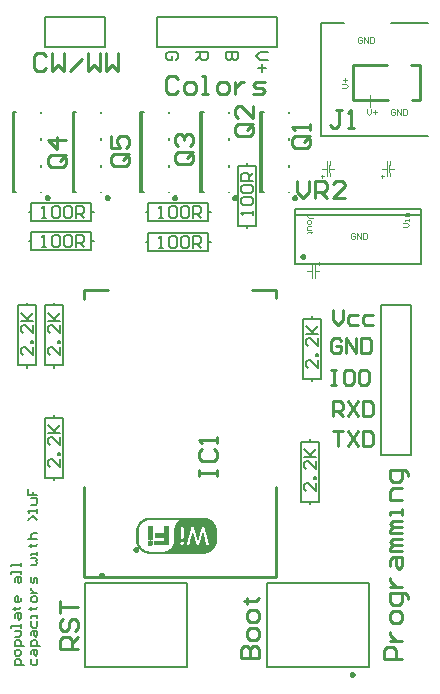
<source format=gto>
%FSDAX24Y24*%
%MOMM*%
%SFA1B1*%

%IPPOS*%
%ADD31C,0.249936*%
%ADD32C,0.100076*%
%ADD33C,0.254000*%
%ADD34C,0.199898*%
%ADD35C,0.012700*%
%ADD36C,0.228600*%
%ADD37C,0.203200*%
%ADD38C,0.150114*%
%LNesp8266_amp_tht-1*%
%LPD*%
G54D31*
X255239Y349951D02*
D01*
X255236Y350038*
X255227Y350124*
X255212Y350210*
X255191Y350295*
X255164Y350378*
X255131Y350459*
X255093Y350537*
X255049Y350613*
X255000Y350685*
X254946Y350754*
X254888Y350818*
X254826Y350879*
X254759Y350935*
X254688Y350986*
X254614Y351033*
X254537Y351074*
X254457Y351109*
X254375Y351139*
X254292Y351163*
X254206Y351181*
X254120Y351193*
X254033Y351199*
X253946*
X253859Y351193*
X253772Y351181*
X253687Y351163*
X253603Y351139*
X253521Y351109*
X253441Y351074*
X253365Y351033*
X253290Y350986*
X253220Y350935*
X253153Y350879*
X253090Y350818*
X253032Y350754*
X252978Y350685*
X252929Y350613*
X252886Y350537*
X252848Y350459*
X252815Y350378*
X252788Y350295*
X252767Y350210*
X252752Y350124*
X252742Y350038*
X252740Y349951*
X252742Y349863*
X252752Y349777*
X252767Y349691*
X252788Y349606*
X252815Y349523*
X252848Y349442*
X252886Y349364*
X252929Y349288*
X252978Y349216*
X253032Y349147*
X253090Y349082*
X253153Y349022*
X253220Y348966*
X253290Y348914*
X253365Y348868*
X253441Y348827*
X253521Y348792*
X253603Y348762*
X253687Y348738*
X253772Y348720*
X253859Y348707*
X253946Y348701*
X254033*
X254120Y348707*
X254206Y348720*
X254292Y348738*
X254375Y348762*
X254457Y348792*
X254537Y348827*
X254614Y348868*
X254688Y348914*
X254759Y348966*
X254826Y349022*
X254888Y349082*
X254946Y349147*
X255000Y349216*
X255049Y349288*
X255093Y349364*
X255131Y349442*
X255164Y349523*
X255191Y349606*
X255212Y349691*
X255227Y349777*
X255236Y349863*
X255239Y349951*
X085069Y080190D02*
D01*
X085066Y080277*
X085057Y080364*
X085042Y080449*
X085021Y080534*
X084994Y080617*
X084961Y080698*
X084923Y080776*
X084879Y080852*
X084830Y080924*
X084777Y080993*
X084718Y081058*
X084656Y081118*
X084589Y081175*
X084518Y081226*
X084444Y081272*
X084367Y081313*
X084288Y081348*
X084206Y081378*
X084122Y081402*
X084036Y081420*
X083950Y081433*
X083863Y081439*
X083776*
X083689Y081433*
X083602Y081420*
X083517Y081402*
X083433Y081378*
X083351Y081348*
X083272Y081313*
X083195Y081272*
X083120Y081226*
X083050Y081175*
X082983Y081118*
X082920Y081058*
X082862Y080993*
X082808Y080924*
X082760Y080852*
X082716Y080776*
X082678Y080698*
X082645Y080617*
X082618Y080534*
X082597Y080449*
X082582Y080364*
X082573Y080277*
X082570Y080190*
X082573Y080102*
X082582Y080016*
X082597Y079930*
X082618Y079845*
X082645Y079762*
X082678Y079681*
X082716Y079603*
X082760Y079527*
X082808Y079455*
X082862Y079386*
X082920Y079322*
X082983Y079261*
X083050Y079205*
X083120Y079154*
X083195Y079108*
X083272Y079066*
X083351Y079031*
X083433Y079001*
X083517Y078977*
X083602Y078959*
X083689Y078947*
X083776Y078941*
X083863*
X083950Y078947*
X084036Y078959*
X084122Y078977*
X084206Y079001*
X084288Y079031*
X084367Y079066*
X084444Y079108*
X084518Y079154*
X084589Y079205*
X084656Y079261*
X084718Y079322*
X084777Y079386*
X084830Y079455*
X084879Y079527*
X084923Y079603*
X084961Y079681*
X084994Y079762*
X085021Y079845*
X085042Y079930*
X085057Y080016*
X085066Y080102*
X085069Y080190*
X297159Y-003990D02*
D01*
X297156Y-003902*
X297147Y-003816*
X297132Y-003730*
X297111Y-003645*
X297084Y-003562*
X297051Y-003481*
X297013Y-003403*
X296969Y-003327*
X296920Y-003255*
X296867Y-003186*
X296808Y-003122*
X296746Y-003061*
X296679Y-003005*
X296608Y-002954*
X296534Y-002908*
X296457Y-002866*
X296378Y-002831*
X296296Y-002801*
X296212Y-002777*
X296126Y-002759*
X296040Y-002747*
X295953Y-002741*
X295866*
X295779Y-002747*
X295692Y-002759*
X295607Y-002777*
X295523Y-002801*
X295441Y-002831*
X295362Y-002866*
X295285Y-002908*
X295210Y-002954*
X295140Y-003005*
X295073Y-003061*
X295010Y-003122*
X294952Y-003186*
X294898Y-003255*
X294850Y-003327*
X294806Y-003403*
X294768Y-003481*
X294735Y-003562*
X294708Y-003645*
X294687Y-003730*
X294672Y-003816*
X294663Y-003902*
X294660Y-003990*
X294663Y-004077*
X294672Y-004164*
X294687Y-004249*
X294708Y-004334*
X294735Y-004417*
X294768Y-004498*
X294806Y-004576*
X294850Y-004652*
X294898Y-004724*
X294952Y-004793*
X295010Y-004858*
X295073Y-004918*
X295140Y-004975*
X295210Y-005026*
X295285Y-005072*
X295362Y-005113*
X295441Y-005148*
X295523Y-005178*
X295607Y-005202*
X295692Y-005220*
X295779Y-005233*
X295866Y-005239*
X295953*
X296040Y-005233*
X296126Y-005220*
X296212Y-005202*
X296296Y-005178*
X296378Y-005148*
X296457Y-005113*
X296534Y-005072*
X296608Y-005026*
X296679Y-004975*
X296746Y-004918*
X296808Y-004858*
X296867Y-004793*
X296920Y-004724*
X296969Y-004652*
X297013Y-004576*
X297051Y-004498*
X297084Y-004417*
X297111Y-004334*
X297132Y-004249*
X297147Y-004164*
X297156Y-004077*
X297159Y-003990*
X089639Y399651D02*
D01*
X089636Y399738*
X089626Y399824*
X089611Y399910*
X089590Y399995*
X089563Y400078*
X089530Y400159*
X089492Y400237*
X089449Y400313*
X089400Y400385*
X089346Y400454*
X089288Y400519*
X089225Y400579*
X089158Y400635*
X089088Y400687*
X089014Y400733*
X088937Y400774*
X088857Y400809*
X088775Y400839*
X088691Y400863*
X088606Y400881*
X088520Y400894*
X088432Y400900*
X088345*
X088258Y400894*
X088172Y400881*
X088086Y400863*
X088003Y400839*
X087921Y400809*
X087841Y400774*
X087764Y400733*
X087690Y400687*
X087619Y400635*
X087553Y400579*
X087490Y400519*
X087432Y400454*
X087378Y400385*
X087329Y400313*
X087285Y400237*
X087247Y400159*
X087214Y400078*
X087188Y399995*
X087166Y399910*
X087151Y399824*
X087142Y399738*
X087139Y399651*
X087142Y399563*
X087151Y399477*
X087166Y399391*
X087188Y399306*
X087214Y399223*
X087247Y399142*
X087285Y399064*
X087329Y398988*
X087378Y398916*
X087432Y398847*
X087490Y398783*
X087553Y398722*
X087619Y398666*
X087690Y398615*
X087764Y398568*
X087841Y398527*
X087921Y398492*
X088003Y398462*
X088086Y398438*
X088172Y398420*
X088258Y398408*
X088345Y398402*
X088432*
X088520Y398408*
X088606Y398420*
X088691Y398438*
X088775Y398462*
X088857Y398492*
X088937Y398527*
X089014Y398568*
X089088Y398615*
X089158Y398666*
X089225Y398722*
X089288Y398783*
X089346Y398847*
X089400Y398916*
X089449Y398988*
X089492Y399064*
X089530Y399142*
X089563Y399223*
X089590Y399306*
X089611Y399391*
X089626Y399477*
X089636Y399563*
X089639Y399651*
X038839D02*
D01*
X038836Y399738*
X038826Y399824*
X038811Y399910*
X038790Y399995*
X038763Y400078*
X038730Y400159*
X038692Y400237*
X038649Y400313*
X038600Y400385*
X038546Y400454*
X038488Y400519*
X038425Y400579*
X038358Y400635*
X038288Y400687*
X038214Y400733*
X038137Y400774*
X038057Y400809*
X037975Y400839*
X037891Y400863*
X037806Y400881*
X037720Y400894*
X037632Y400900*
X037545*
X037458Y400894*
X037372Y400881*
X037286Y400863*
X037203Y400839*
X037121Y400809*
X037041Y400774*
X036964Y400733*
X036890Y400687*
X036819Y400635*
X036753Y400579*
X036690Y400519*
X036632Y400454*
X036578Y400385*
X036529Y400313*
X036485Y400237*
X036447Y400159*
X036414Y400078*
X036388Y399995*
X036366Y399910*
X036351Y399824*
X036342Y399738*
X036339Y399651*
X036342Y399563*
X036351Y399477*
X036366Y399391*
X036388Y399306*
X036414Y399223*
X036447Y399142*
X036485Y399064*
X036529Y398988*
X036578Y398916*
X036632Y398847*
X036690Y398783*
X036753Y398722*
X036819Y398666*
X036890Y398615*
X036964Y398568*
X037041Y398527*
X037121Y398492*
X037203Y398462*
X037286Y398438*
X037372Y398420*
X037458Y398408*
X037545Y398402*
X037632*
X037720Y398408*
X037806Y398420*
X037891Y398438*
X037975Y398462*
X038057Y398492*
X038137Y398527*
X038214Y398568*
X038288Y398615*
X038358Y398666*
X038425Y398722*
X038488Y398783*
X038546Y398847*
X038600Y398916*
X038649Y398988*
X038692Y399064*
X038730Y399142*
X038763Y399223*
X038790Y399306*
X038811Y399391*
X038826Y399477*
X038836Y399563*
X038839Y399651*
X248389D02*
D01*
X248386Y399738*
X248376Y399824*
X248361Y399910*
X248340Y399995*
X248313Y400078*
X248280Y400159*
X248242Y400237*
X248199Y400313*
X248150Y400385*
X248096Y400454*
X248038Y400519*
X247975Y400579*
X247908Y400635*
X247838Y400687*
X247764Y400733*
X247687Y400774*
X247607Y400809*
X247525Y400839*
X247441Y400863*
X247356Y400881*
X247270Y400894*
X247182Y400900*
X247095*
X247008Y400894*
X246922Y400881*
X246836Y400863*
X246753Y400839*
X246671Y400809*
X246591Y400774*
X246514Y400733*
X246440Y400687*
X246369Y400635*
X246303Y400579*
X246240Y400519*
X246182Y400454*
X246128Y400385*
X246079Y400313*
X246035Y400237*
X245997Y400159*
X245964Y400078*
X245938Y399995*
X245916Y399910*
X245901Y399824*
X245892Y399738*
X245889Y399651*
X245892Y399563*
X245901Y399477*
X245916Y399391*
X245938Y399306*
X245964Y399223*
X245997Y399142*
X246035Y399064*
X246079Y398988*
X246128Y398916*
X246182Y398847*
X246240Y398783*
X246303Y398722*
X246369Y398666*
X246440Y398615*
X246514Y398568*
X246591Y398527*
X246671Y398492*
X246753Y398462*
X246836Y398438*
X246922Y398420*
X247008Y398408*
X247095Y398402*
X247182*
X247270Y398408*
X247356Y398420*
X247441Y398438*
X247525Y398462*
X247607Y398492*
X247687Y398527*
X247764Y398568*
X247838Y398615*
X247908Y398666*
X247975Y398722*
X248038Y398783*
X248096Y398847*
X248150Y398916*
X248199Y398988*
X248242Y399064*
X248280Y399142*
X248313Y399223*
X248340Y399306*
X248361Y399391*
X248376Y399477*
X248386Y399563*
X248389Y399651*
X197589D02*
D01*
X197586Y399738*
X197576Y399824*
X197561Y399910*
X197540Y399995*
X197513Y400078*
X197480Y400159*
X197442Y400237*
X197399Y400313*
X197350Y400385*
X197296Y400454*
X197238Y400519*
X197175Y400579*
X197108Y400635*
X197038Y400687*
X196964Y400733*
X196887Y400774*
X196807Y400809*
X196725Y400839*
X196641Y400863*
X196556Y400881*
X196470Y400894*
X196382Y400900*
X196295*
X196208Y400894*
X196122Y400881*
X196036Y400863*
X195953Y400839*
X195871Y400809*
X195791Y400774*
X195714Y400733*
X195640Y400687*
X195569Y400635*
X195503Y400579*
X195440Y400519*
X195382Y400454*
X195328Y400385*
X195279Y400313*
X195235Y400237*
X195197Y400159*
X195164Y400078*
X195138Y399995*
X195116Y399910*
X195101Y399824*
X195092Y399738*
X195089Y399651*
X195092Y399563*
X195101Y399477*
X195116Y399391*
X195138Y399306*
X195164Y399223*
X195197Y399142*
X195235Y399064*
X195279Y398988*
X195328Y398916*
X195382Y398847*
X195440Y398783*
X195503Y398722*
X195569Y398666*
X195640Y398615*
X195714Y398568*
X195791Y398527*
X195871Y398492*
X195953Y398462*
X196036Y398438*
X196122Y398420*
X196208Y398408*
X196295Y398402*
X196382*
X196470Y398408*
X196556Y398420*
X196641Y398438*
X196725Y398462*
X196807Y398492*
X196887Y398527*
X196964Y398568*
X197038Y398615*
X197108Y398666*
X197175Y398722*
X197238Y398783*
X197296Y398847*
X197350Y398916*
X197399Y398988*
X197442Y399064*
X197480Y399142*
X197513Y399223*
X197540Y399306*
X197561Y399391*
X197576Y399477*
X197586Y399563*
X197589Y399651*
X146789D02*
D01*
X146786Y399738*
X146776Y399824*
X146761Y399910*
X146740Y399995*
X146713Y400078*
X146680Y400159*
X146642Y400237*
X146599Y400313*
X146550Y400385*
X146496Y400454*
X146438Y400519*
X146375Y400579*
X146308Y400635*
X146238Y400687*
X146164Y400733*
X146087Y400774*
X146007Y400809*
X145925Y400839*
X145841Y400863*
X145756Y400881*
X145670Y400894*
X145582Y400900*
X145495*
X145408Y400894*
X145322Y400881*
X145236Y400863*
X145153Y400839*
X145071Y400809*
X144991Y400774*
X144914Y400733*
X144840Y400687*
X144769Y400635*
X144703Y400579*
X144640Y400519*
X144582Y400454*
X144528Y400385*
X144479Y400313*
X144435Y400237*
X144397Y400159*
X144364Y400078*
X144338Y399995*
X144316Y399910*
X144301Y399824*
X144292Y399738*
X144289Y399651*
X144292Y399563*
X144301Y399477*
X144316Y399391*
X144338Y399306*
X144364Y399223*
X144397Y399142*
X144435Y399064*
X144479Y398988*
X144528Y398916*
X144582Y398847*
X144640Y398783*
X144703Y398722*
X144769Y398666*
X144840Y398615*
X144914Y398568*
X144991Y398527*
X145071Y398492*
X145153Y398462*
X145236Y398438*
X145322Y398420*
X145408Y398408*
X145495Y398402*
X145582*
X145670Y398408*
X145756Y398420*
X145841Y398438*
X145925Y398462*
X146007Y398492*
X146087Y398527*
X146164Y398568*
X146238Y398615*
X146308Y398666*
X146375Y398722*
X146438Y398783*
X146496Y398847*
X146550Y398916*
X146599Y398988*
X146642Y399064*
X146680Y399142*
X146713Y399223*
X146740Y399306*
X146761Y399391*
X146776Y399477*
X146786Y399563*
X146789Y399651*
G54D32*
X261383Y331520D02*
D01*
X261751Y333616*
X261972Y335732*
X262044Y337858*
X261968Y339984*
X261744Y342100*
X261388Y344121*
X277096Y430479D02*
D01*
X276728Y428383*
X276507Y426267*
X276434Y424141*
X276510Y422015*
X276734Y419899*
X277091Y417878*
X327896Y430479D02*
D01*
X327528Y428383*
X327307Y426267*
X327234Y424141*
X327310Y422015*
X327534Y419899*
X327891Y417878*
X266700Y344170D02*
X269240D01*
X267970Y342900D02*
Y345440D01*
X264160Y331470D02*
Y344170D01*
Y337820D02*
X267970D01*
X257810D02*
X261620D01*
X269240Y417830D02*
X271780D01*
X270510Y416560D02*
Y419100D01*
X274320Y417830D02*
Y430530D01*
X270510Y424180D02*
X274320D01*
X276860D02*
X280670D01*
X320040Y417830D02*
X322580D01*
X321310Y416560D02*
Y419100D01*
X325120Y417830D02*
Y430530D01*
X321310Y424180D02*
X325120D01*
X327660D02*
X331470D01*
X311150Y476250D02*
Y486410D01*
X339171Y374650D02*
X342503D01*
X344170Y376316*
X342503Y377982*
X339171*
X344170Y379648D02*
Y381314D01*
Y380481*
X340837*
Y379648*
X344170Y383814D02*
X340837D01*
Y386313*
X341670Y387146*
X344170*
X297972Y368655D02*
X297139Y369488D01*
X295473*
X294640Y368655*
Y365323*
X295473Y364490*
X297139*
X297972Y365323*
Y366989*
X296306*
X299638Y364490D02*
Y369488D01*
X302971Y364490*
Y369488*
X304637D02*
Y364490D01*
X307136*
X307969Y365323*
Y368655*
X307136Y369488*
X304637*
X262808Y386080D02*
X259476D01*
X257810Y384413*
X259476Y382747*
X262808*
X257810Y380248D02*
Y378581D01*
X258643Y377748*
X260309*
X261142Y378581*
Y380248*
X260309Y381081*
X258643*
X257810Y380248*
X261142Y376082D02*
X258643D01*
X257810Y375249*
Y372750*
X261142*
X261975Y370250D02*
X261142D01*
Y371083*
Y369417*
Y370250*
X258643*
X257810Y369417*
X304322Y535025D02*
X303489Y535858D01*
X301823*
X300990Y535025*
Y531693*
X301823Y530860*
X303489*
X304322Y531693*
Y533359*
X302656*
X305988Y530860D02*
Y535858D01*
X309321Y530860*
Y535858*
X310987D02*
Y530860D01*
X313486*
X314319Y531693*
Y535025*
X313486Y535858*
X310987*
X332262Y474065D02*
X331429Y474898D01*
X329763*
X328930Y474065*
Y470733*
X329763Y469900*
X331429*
X332262Y470733*
Y472399*
X330596*
X333928Y469900D02*
Y474898D01*
X337261Y469900*
Y474898*
X338927D02*
Y469900D01*
X341426*
X342259Y470733*
Y474065*
X341426Y474898*
X338927*
X287101Y492760D02*
X290433D01*
X292100Y494426*
X290433Y496092*
X287101*
X289600Y497758D02*
Y501091D01*
X287934Y499424D02*
X291266D01*
X308610Y474898D02*
Y471566D01*
X310276Y469900*
X311942Y471566*
Y474898*
X313608Y472399D02*
X316941D01*
X315274Y474065D02*
Y470733D01*
G54D33*
X296351Y511810D02*
X302260D01*
X296351Y482600D02*
Y511810D01*
Y482600D02*
X326390D01*
X346710D02*
X353060D01*
Y511810*
X345440D02*
X353060D01*
X302260D02*
X325120D01*
X231140Y078740D02*
Y154940D01*
Y314960D02*
Y321310D01*
X210820D02*
X231140D01*
X068580D02*
X088900D01*
X068580Y313690D02*
Y321310D01*
Y078740D02*
Y154940D01*
Y078740D02*
X231140D01*
X248920Y414268D02*
Y404111D01*
X253997Y399034*
X259077Y404111*
Y414268*
X264154Y399034D02*
Y414268D01*
X271772*
X274312Y411728*
Y406651*
X271772Y404111*
X264154*
X269232D02*
X274312Y399034D01*
X289547D02*
X279389D01*
X289547Y409191*
Y411728*
X287007Y414268*
X281929*
X279389Y411728*
X166375Y163830D02*
Y168907D01*
Y166370*
X181610*
Y163830*
Y168907*
X168915Y186682D02*
X166375Y184142D01*
Y179064*
X168915Y176524*
X179070*
X181610Y179064*
Y184142*
X179070Y186682*
X181610Y191759D02*
Y196839D01*
Y194299*
X166375*
X168915Y191759*
X287017Y473704D02*
X281937D01*
X284477*
Y461010*
X281937Y458470*
X279400*
X276860Y461010*
X292094Y458470D02*
X297172D01*
X294634*
Y473704*
X292094Y471164*
X148587Y500374D02*
X146047Y502914D01*
X140970*
X138430Y500374*
Y490220*
X140970Y487680*
X146047*
X148587Y490220*
X156204Y487680D02*
X161282D01*
X163822Y490220*
Y495297*
X161282Y497837*
X156204*
X153664Y495297*
Y490220*
X156204Y487680*
X168899D02*
X173979D01*
X171439*
Y502914*
X168899*
X184134Y487680D02*
X189212D01*
X191752Y490220*
Y495297*
X189212Y497837*
X184134*
X181597Y495297*
Y490220*
X184134Y487680*
X196832Y497837D02*
Y487680D01*
Y492757*
X199369Y495297*
X201909Y497837*
X204449*
X212067Y487680D02*
X219684D01*
X222222Y490220*
X219684Y492757*
X214604*
X212067Y495297*
X214604Y497837*
X222222*
X036827Y519424D02*
X034287Y521964D01*
X029210*
X026670Y519424*
Y509270*
X029210Y506730*
X034287*
X036827Y509270*
X041904Y521964D02*
Y506730D01*
X046982Y511807*
X052062Y506730*
Y521964*
X057139Y506730D02*
X067297Y516887D01*
X072374Y521964D02*
Y506730D01*
X077454Y511807*
X082532Y506730*
Y521964*
X087609D02*
Y506730D01*
X092689Y511807*
X097767Y506730*
Y521964*
X337820Y008890D02*
X322585D01*
Y016507*
X325125Y019047*
X330202*
X332742Y016507*
Y008890*
X327662Y024124D02*
X337820D01*
X332742*
X330202Y026664*
X327662Y029202*
Y031742*
X337820Y041899D02*
Y046977D01*
X335280Y049517*
X330202*
X327662Y046977*
Y041899*
X330202Y039359*
X335280*
X337820Y041899*
X342897Y059674D02*
Y062212D01*
X340360Y064752*
X327662*
Y057134*
X330202Y054594*
X335280*
X337820Y057134*
Y064752*
X327662Y069829D02*
X337820D01*
X332742*
X330202Y072369*
X327662Y074909*
Y077447*
Y087604D02*
Y092682D01*
X330202Y095222*
X337820*
Y087604*
X335280Y085064*
X332742Y087604*
Y095222*
X337820Y100299D02*
X327662D01*
Y102839*
X330202Y105379*
X337820*
X330202*
X327662Y107916*
X330202Y110456*
X337820*
Y115534D02*
X327662D01*
Y118074*
X330202Y120614*
X337820*
X330202*
X327662Y123151*
X330202Y125691*
X337820*
Y130771D02*
Y135849D01*
Y133309*
X327662*
Y130771*
X337820Y143466D02*
X327662D01*
Y151084*
X330202Y153624*
X337820*
X342897Y163779D02*
Y166319D01*
X340360Y168859*
X327662*
Y161241*
X330202Y158701*
X335280*
X337820Y161241*
Y168859*
X257810Y452117D02*
X247655D01*
X245115Y449577*
Y444500*
X247655Y441960*
X257810*
X260350Y444500*
Y449577*
X255272Y447037D02*
X260350Y452117D01*
Y449577D02*
X257810Y452117D01*
X260350Y457194D02*
Y462272D01*
Y459734*
X245115*
X247655Y457194*
X209550Y462277D02*
X199395D01*
X196855Y459737*
Y454660*
X199395Y452120*
X209550*
X212090Y454660*
Y459737*
X207012Y457197D02*
X212090Y462277D01*
Y459737D02*
X209550Y462277D01*
X212090Y477512D02*
Y467354D01*
X201932Y477512*
X199395*
X196855Y474972*
Y469894*
X199395Y467354*
X158750Y438147D02*
X148595D01*
X146055Y435607*
Y430530*
X148595Y427990*
X158750*
X161290Y430530*
Y435607*
X156212Y433067D02*
X161290Y438147D01*
Y435607D02*
X158750Y438147D01*
X148595Y443224D02*
X146055Y445764D01*
Y450842*
X148595Y453382*
X151132*
X153672Y450842*
Y448302*
Y450842*
X156212Y453382*
X158750*
X161290Y450842*
Y445764*
X158750Y443224*
X050800Y435607D02*
X040645D01*
X038105Y433067*
Y427990*
X040645Y425450*
X050800*
X053340Y427990*
Y433067*
X048262Y430527D02*
X053340Y435607D01*
Y433067D02*
X050800Y435607D01*
X053340Y448302D02*
X038105D01*
X045722Y440684*
Y450842*
X104140Y436877D02*
X093985D01*
X091445Y434337*
Y429260*
X093985Y426720*
X104140*
X106680Y429260*
Y434337*
X101602Y431797D02*
X106680Y436877D01*
Y434337D02*
X104140Y436877D01*
X091445Y452112D02*
Y441954D01*
X099062*
X096522Y447032*
Y449572*
X099062Y452112*
X104140*
X106680Y449572*
Y444494*
X104140Y441954*
X063500Y017780D02*
X048265D01*
Y025397*
X050805Y027937*
X055882*
X058422Y025397*
Y017780*
Y022857D02*
X063500Y027937D01*
X050805Y043172D02*
X048265Y040632D01*
Y035554*
X050805Y033014*
X053342*
X055882Y035554*
Y040632*
X058422Y043172*
X060960*
X063500Y040632*
Y035554*
X060960Y033014*
X048265Y048249D02*
Y058407D01*
Y053329*
X063500*
X201935Y010160D02*
X217170D01*
Y017777*
X214630Y020317*
X212092*
X209552Y017777*
Y010160*
Y017777*
X207012Y020317*
X204475*
X201935Y017777*
Y010160*
X217170Y027934D02*
Y033012D01*
X214630Y035552*
X209552*
X207012Y033012*
Y027934*
X209552Y025394*
X214630*
X217170Y027934*
Y043169D02*
Y048247D01*
X214630Y050787*
X209552*
X207012Y048247*
Y043169*
X209552Y040629*
X214630*
X217170Y043169*
X204475Y058404D02*
X207012D01*
Y055864*
Y060942*
Y058404*
X214630*
X217170Y060942*
G54D34*
X354490Y343448D02*
Y390448D01*
X247489Y343448D02*
Y390448D01*
Y343448D02*
X354490D01*
X247489Y390448D02*
X354490D01*
X247489Y385450D02*
X354490D01*
X069819Y002540D02*
X156210D01*
X069819Y073690D02*
X156210D01*
Y002540D02*
Y073690D01*
X069819Y002540D02*
Y073690D01*
X223520Y073660D02*
X309910D01*
X223520Y002509D02*
X309910D01*
X223520D02*
Y073660D01*
X309910Y002509D02*
Y073660D01*
X269019Y451571D02*
X360042D01*
X269019Y547570D02*
X289018D01*
X269019Y451571D02*
Y547570D01*
X329018D02*
X360042D01*
X059390Y472150D02*
X062390D01*
X059390Y404149D02*
X062390D01*
X059390D02*
Y472150D01*
X060289Y404149D02*
Y472150D01*
X083390Y425650D02*
Y427649D01*
Y448650D02*
Y450649D01*
Y471650D02*
Y472150D01*
Y404149D02*
Y404649D01*
X008590Y472150D02*
X011590D01*
X008590Y404149D02*
X011590D01*
X008590D02*
Y472150D01*
X009489Y404149D02*
Y472150D01*
X032590Y425650D02*
Y427649D01*
Y448650D02*
Y450649D01*
Y471650D02*
Y472150D01*
Y404149D02*
Y404649D01*
X218140Y472150D02*
X221140D01*
X218140Y404149D02*
X221140D01*
X218140D02*
Y472150D01*
X219039Y404149D02*
Y472150D01*
X242140Y425650D02*
Y427649D01*
Y448650D02*
Y450649D01*
Y471650D02*
Y472150D01*
Y404149D02*
Y404649D01*
X167340Y472150D02*
X170340D01*
X167340Y404149D02*
X170340D01*
X167340D02*
Y472150D01*
X168239Y404149D02*
Y472150D01*
X191340Y425650D02*
Y427649D01*
Y448650D02*
Y450649D01*
Y471650D02*
Y472150D01*
Y404149D02*
Y404649D01*
X116540Y472150D02*
X119540D01*
X116540Y404149D02*
X119540D01*
X116540D02*
Y472150D01*
X117439Y404149D02*
Y472150D01*
X140540Y425650D02*
Y427649D01*
Y448650D02*
Y450649D01*
Y471650D02*
Y472150D01*
Y404149D02*
Y404649D01*
X035560Y552450D02*
X086360D01*
X035560Y527050D02*
Y552450D01*
Y527050D02*
X086360D01*
Y552450*
X130810Y527050D02*
Y552450D01*
X232410*
X130810Y527050D02*
X232410D01*
Y552450*
X123190Y354330D02*
Y361950D01*
Y354330D02*
X173990D01*
Y369570*
X123190D02*
X173990D01*
X123190Y361950D02*
Y369570D01*
X173990Y361950D02*
X176276D01*
X120904D02*
X123190D01*
Y379730D02*
Y387350D01*
Y379730D02*
X173990D01*
Y394970*
X123190D02*
X173990D01*
X123190Y387350D02*
Y394970D01*
X173990Y387350D02*
X176276D01*
X120904D02*
X123190D01*
X024130Y355600D02*
Y363220D01*
Y355600D02*
X074930D01*
Y370840*
X024130D02*
X074930D01*
X024130Y363220D02*
Y370840D01*
X074930Y363220D02*
X077216D01*
X021844D02*
X024130D01*
Y379730D02*
Y387350D01*
Y379730D02*
X074930D01*
Y394970*
X024130D02*
X074930D01*
X024130Y387350D02*
Y394970D01*
X074930Y387350D02*
X077216D01*
X021844D02*
X024130D01*
X207010Y375920D02*
X214630D01*
Y426720*
X199390D02*
X214630D01*
X199390Y375920D02*
Y426720D01*
Y375920D02*
X207010D01*
Y426720D02*
Y429006D01*
Y373634D02*
Y375920D01*
X320040Y308610D02*
X345440D01*
Y181610D02*
Y308610D01*
X320040Y181610D02*
Y308610D01*
Y181610D02*
X345440D01*
X252730Y193040D02*
X260350D01*
X252730Y142240D02*
Y193040D01*
Y142240D02*
X267970D01*
Y193040*
X260350D02*
X267970D01*
X260350Y139954D02*
Y142240D01*
Y193040D02*
Y195326D01*
X043180Y257810D02*
X050800D01*
Y308610*
X035560D02*
X050800D01*
X035560Y257810D02*
Y308610D01*
Y257810D02*
X043180D01*
Y308610D02*
Y310896D01*
Y255524D02*
Y257810D01*
X035560Y213360D02*
X043180D01*
X035560Y162560D02*
Y213360D01*
Y162560D02*
X050800D01*
Y213360*
X043180D02*
X050800D01*
X043180Y160274D02*
Y162560D01*
Y213360D02*
Y215646D01*
X020320Y257810D02*
X027940D01*
Y308610*
X012700D02*
X027940D01*
X012700Y257810D02*
Y308610D01*
Y257810D02*
X020320D01*
Y308610D02*
Y310896D01*
Y255524D02*
Y257810D01*
X254000Y297180D02*
X261620D01*
X254000Y246380D02*
Y297180D01*
Y246380D02*
X269240D01*
Y297180*
X261620D02*
X269240D01*
X261620Y244094D02*
Y246380D01*
Y297180D02*
Y299466D01*
G54D35*
X123190Y128651D02*
X170180D01*
X122174Y128524D02*
X171069D01*
X121666Y128397D02*
X171704D01*
X121158Y128270D02*
X172212D01*
X120777Y128143D02*
X172593D01*
X120396Y128016D02*
X172974D01*
X120015Y127889D02*
X173355D01*
X119761Y127762D02*
X173609D01*
X119507Y127635D02*
X173863D01*
X119253Y127508D02*
X122936D01*
X149987D02*
X174117D01*
X118999Y127381D02*
X122047D01*
X149860D02*
X174371D01*
X118745Y127254D02*
X121412D01*
X149606D02*
X174625D01*
X118491Y127127D02*
X121031D01*
X149479D02*
X174879D01*
X118237Y127000D02*
X120650D01*
X149352D02*
X175133D01*
X118110Y126873D02*
X120269D01*
X149225D02*
X175260D01*
X117856Y126746D02*
X120015D01*
X149098D02*
X175514D01*
X117729Y126619D02*
X119761D01*
X148971D02*
X175641D01*
X117602Y126492D02*
X119507D01*
X148844D02*
X175895D01*
X117348Y126365D02*
X119253D01*
X148717D02*
X176022D01*
X117221Y126238D02*
X118999D01*
X148590D02*
X176149D01*
X117094Y126111D02*
X118745D01*
X148463D02*
X176276D01*
X116967Y125984D02*
X118618D01*
X148336D02*
X176403D01*
X116713Y125857D02*
X118364D01*
X148209D02*
X176657D01*
X116586Y125730D02*
X118237D01*
X148082D02*
X176784D01*
X116459Y125603D02*
X118110D01*
X148082D02*
X176911D01*
X116332Y125476D02*
X117856D01*
X147955D02*
X177038D01*
X116205Y125349D02*
X117729D01*
X147828D02*
X177165D01*
X116078Y125222D02*
X117602D01*
X147701D02*
X177292D01*
X115951Y125095D02*
X117475D01*
X147574D02*
X177419D01*
X115824Y124968D02*
X117348D01*
X147574D02*
X177546D01*
X115697Y124841D02*
X117094D01*
X147447D02*
X177673D01*
X115697Y124714D02*
X116967D01*
X147320D02*
X177800D01*
X115570Y124587D02*
X116840D01*
X147320D02*
X177800D01*
X115443Y124460D02*
X116713D01*
X147193D02*
X177927D01*
X115316Y124333D02*
X116713D01*
X147066D02*
X178054D01*
X115189Y124206D02*
X116586D01*
X147066D02*
X178181D01*
X115189Y124079D02*
X116459D01*
X146939D02*
X178181D01*
X115062Y123952D02*
X116332D01*
X146812D02*
X178308D01*
X114935Y123825D02*
X116205D01*
X146812D02*
X178435D01*
X114808Y123698D02*
X116078D01*
X146685D02*
X178562D01*
X114808Y123571D02*
X116078D01*
X146685D02*
X178562D01*
X114681Y123444D02*
X115951D01*
X146558D02*
X178689D01*
X114554Y123317D02*
X115824D01*
X146558D02*
X178816D01*
X114554Y123190D02*
X115697D01*
X146431D02*
X178816D01*
X114427Y123063D02*
X115697D01*
X146431D02*
X178943D01*
X114427Y122936D02*
X115570D01*
X146304D02*
X178943D01*
X114300Y122809D02*
X115443D01*
X146304D02*
X179070D01*
X114300Y122682D02*
X115443D01*
X146177D02*
X179197D01*
X114173Y122555D02*
X115316D01*
X146177D02*
X179197D01*
X114173Y122428D02*
X115316D01*
X146177D02*
X179324D01*
X114046Y122301D02*
X115189D01*
X146050D02*
X179324D01*
X114046Y122174D02*
X115189D01*
X146050D02*
X179451D01*
X113919Y122047D02*
X115062D01*
X145923D02*
X179451D01*
X113919Y121920D02*
X115062D01*
X145923D02*
X179451D01*
X113792Y121793D02*
X114935D01*
X145923D02*
X179578D01*
X113792Y121666D02*
X114935D01*
X145796D02*
X179578D01*
X113665Y121539D02*
X114808D01*
X122809D02*
X122936D01*
X123317D02*
X125349D01*
X125603D02*
X125857D01*
X136525D02*
X139700D01*
X145796D02*
X149733D01*
X152908D02*
X158877D01*
X160909D02*
X161163D01*
X161290D02*
X161417D01*
X161671D02*
X168021D01*
X170053D02*
X170180D01*
X170434D02*
X179705D01*
X113665Y121412D02*
X114808D01*
X122809D02*
X126111D01*
X136525D02*
X139954D01*
X145796D02*
X149733D01*
X153035D02*
X158877D01*
X161671D02*
X167767D01*
X170561D02*
X179705D01*
X113665Y121285D02*
X114681D01*
X122809D02*
X126111D01*
X136525D02*
X139954D01*
X145669D02*
X149733D01*
X153035D02*
X158750D01*
X161671D02*
X167767D01*
X170561D02*
X179705D01*
X113538Y121158D02*
X114681D01*
X122809D02*
X126111D01*
X136525D02*
X139954D01*
X145669D02*
X149733D01*
X153035D02*
X158750D01*
X161798D02*
X167767D01*
X170561D02*
X179832D01*
X113538Y121031D02*
X114681D01*
X122809D02*
X126111D01*
X136525D02*
X139954D01*
X145669D02*
X149733D01*
X152908D02*
X158750D01*
X161798D02*
X167640D01*
X170688D02*
X179832D01*
X113538Y120904D02*
X114554D01*
X122809D02*
X126111D01*
X136525D02*
X139954D01*
X145669D02*
X149733D01*
X152908D02*
X158750D01*
X161798D02*
X167640D01*
X170688D02*
X179959D01*
X113411Y120777D02*
X114554D01*
X122809D02*
X126111D01*
X136525D02*
X139954D01*
X145542D02*
X149733D01*
X153035D02*
X158623D01*
X161925D02*
X167640D01*
X170688D02*
X179959D01*
X113411Y120650D02*
X114554D01*
X122809D02*
X126111D01*
X136525D02*
X139954D01*
X145542D02*
X149733D01*
X153035D02*
X158623D01*
X161925D02*
X167513D01*
X170688D02*
X179959D01*
X113411Y120523D02*
X114427D01*
X122809D02*
X126111D01*
X136525D02*
X139954D01*
X145542D02*
X149733D01*
X153035D02*
X158623D01*
X161925D02*
X167513D01*
X170815D02*
X179959D01*
X113284Y120396D02*
X114427D01*
X122809D02*
X126111D01*
X136525D02*
X139954D01*
X145542D02*
X149733D01*
X153035D02*
X158623D01*
X161925D02*
X167513D01*
X170815D02*
X180086D01*
X113284Y120269D02*
X114427D01*
X122809D02*
X126111D01*
X136525D02*
X139954D01*
X145415D02*
X149733D01*
X153035D02*
X158496D01*
X162052D02*
X167513D01*
X170815D02*
X180086D01*
X113284Y120142D02*
X114300D01*
X122809D02*
X126111D01*
X136525D02*
X139954D01*
X145415D02*
X149733D01*
X153035D02*
X158496D01*
X162052D02*
X167386D01*
X170942D02*
X180086D01*
X113284Y120015D02*
X114300D01*
X122809D02*
X126111D01*
X136525D02*
X139954D01*
X145415D02*
X149733D01*
X153035D02*
X158496D01*
X162052D02*
X167386D01*
X170942D02*
X180213D01*
X113157Y119888D02*
X114300D01*
X122809D02*
X126111D01*
X136525D02*
X139954D01*
X145415D02*
X149733D01*
X153035D02*
X158369D01*
X162179D02*
X167386D01*
X170942D02*
X180213D01*
X113157Y119761D02*
X114300D01*
X122809D02*
X126111D01*
X136525D02*
X139954D01*
X145415D02*
X149733D01*
X153035D02*
X158369D01*
X162179D02*
X167259D01*
X170942D02*
X180213D01*
X113157Y119634D02*
X114173D01*
X122809D02*
X126111D01*
X136525D02*
X139954D01*
X145288D02*
X149733D01*
X153035D02*
X158369D01*
X162179D02*
X167259D01*
X171069D02*
X180213D01*
X113157Y119507D02*
X114173D01*
X122809D02*
X126111D01*
X136525D02*
X139954D01*
X145288D02*
X149733D01*
X153035D02*
X158369D01*
X162179D02*
X167259D01*
X171069D02*
X180213D01*
X113157Y119380D02*
X114173D01*
X122809D02*
X126111D01*
X136525D02*
X139954D01*
X145288D02*
X149733D01*
X153035D02*
X158242D01*
X162306D02*
X167259D01*
X171069D02*
X180340D01*
X113030Y119253D02*
X114173D01*
X122809D02*
X126111D01*
X136525D02*
X139954D01*
X145288D02*
X149733D01*
X153035D02*
X158242D01*
X162306D02*
X167132D01*
X171069D02*
X180340D01*
X113030Y119126D02*
X114173D01*
X122809D02*
X126111D01*
X136525D02*
X139954D01*
X145288D02*
X149733D01*
X153035D02*
X158242D01*
X162306D02*
X167132D01*
X171196D02*
X180340D01*
X113030Y118999D02*
X114046D01*
X122809D02*
X126111D01*
X136525D02*
X139954D01*
X145288D02*
X149733D01*
X153035D02*
X158242D01*
X162433D02*
X167132D01*
X171196D02*
X180340D01*
X113030Y118872D02*
X114046D01*
X122809D02*
X126111D01*
X136525D02*
X139954D01*
X145288D02*
X149733D01*
X153035D02*
X158115D01*
X162433D02*
X167005D01*
X171196D02*
X180340D01*
X113030Y118745D02*
X114046D01*
X122809D02*
X126111D01*
X136525D02*
X139954D01*
X145288D02*
X149733D01*
X153035D02*
X158115D01*
X162433D02*
X167005D01*
X171196D02*
X180340D01*
X113030Y118618D02*
X114046D01*
X122809D02*
X126111D01*
X136525D02*
X139954D01*
X145161D02*
X149733D01*
X153035D02*
X158115D01*
X162560D02*
X167005D01*
X171323D02*
X180340D01*
X112903Y118491D02*
X114046D01*
X122809D02*
X126111D01*
X136525D02*
X139954D01*
X145161D02*
X149733D01*
X153035D02*
X158115D01*
X162560D02*
X167005D01*
X171323D02*
X180467D01*
X112903Y118364D02*
X114046D01*
X122809D02*
X126111D01*
X136525D02*
X139954D01*
X145161D02*
X149733D01*
X153035D02*
X157988D01*
X162560D02*
X166878D01*
X171323D02*
X180467D01*
X112903Y118237D02*
X114046D01*
X122809D02*
X126111D01*
X136525D02*
X139954D01*
X145161D02*
X149733D01*
X153035D02*
X157988D01*
X162560D02*
X166878D01*
X171450D02*
X180467D01*
X112903Y118110D02*
X114046D01*
X122809D02*
X126111D01*
X136525D02*
X139954D01*
X145161D02*
X149733D01*
X153035D02*
X157988D01*
X162687D02*
X166878D01*
X171450D02*
X180467D01*
X112903Y117983D02*
X114046D01*
X122809D02*
X126111D01*
X136525D02*
X139954D01*
X145161D02*
X149733D01*
X153035D02*
X157988D01*
X162687D02*
X166751D01*
X171450D02*
X180467D01*
X112903Y117856D02*
X114046D01*
X122809D02*
X126111D01*
X136525D02*
X139954D01*
X145161D02*
X149733D01*
X153035D02*
X157861D01*
X162687D02*
X166751D01*
X171450D02*
X180467D01*
X112903Y117729D02*
X114046D01*
X122809D02*
X126111D01*
X136525D02*
X139954D01*
X145161D02*
X149733D01*
X153035D02*
X157861D01*
X162814D02*
X166751D01*
X171577D02*
X180467D01*
X112903Y117602D02*
X114046D01*
X122809D02*
X126111D01*
X136525D02*
X139954D01*
X145161D02*
X149733D01*
X153035D02*
X157861D01*
X162814D02*
X166751D01*
X171577D02*
X180467D01*
X112903Y117475D02*
X114046D01*
X122809D02*
X126111D01*
X136525D02*
X139954D01*
X145161D02*
X149733D01*
X153035D02*
X157734D01*
X162814D02*
X166624D01*
X171577D02*
X180467D01*
X112903Y117348D02*
X114046D01*
X122809D02*
X126111D01*
X136525D02*
X139954D01*
X145161D02*
X149733D01*
X153035D02*
X157734D01*
X162814D02*
X166624D01*
X171577D02*
X180467D01*
X112903Y117221D02*
X114046D01*
X122809D02*
X126111D01*
X136525D02*
X139954D01*
X145161D02*
X149733D01*
X153035D02*
X157734D01*
X162941D02*
X166624D01*
X171704D02*
X180467D01*
X112903Y117094D02*
X114046D01*
X122809D02*
X126111D01*
X136525D02*
X139954D01*
X145161D02*
X149733D01*
X153035D02*
X157734D01*
X162941D02*
X166497D01*
X171704D02*
X180467D01*
X112903Y116967D02*
X114046D01*
X122809D02*
X126111D01*
X136525D02*
X139954D01*
X145161D02*
X149733D01*
X153035D02*
X157607D01*
X162941D02*
X166497D01*
X171704D02*
X180467D01*
X112903Y116840D02*
X114046D01*
X122809D02*
X126111D01*
X136525D02*
X139954D01*
X145161D02*
X149733D01*
X153035D02*
X157607D01*
X162941D02*
X166497D01*
X171704D02*
X180467D01*
X112903Y116713D02*
X114046D01*
X122809D02*
X126111D01*
X136525D02*
X139954D01*
X145161D02*
X149733D01*
X153035D02*
X157607D01*
X163068D02*
X166497D01*
X171831D02*
X180467D01*
X112903Y116586D02*
X114046D01*
X122809D02*
X126111D01*
X136525D02*
X139954D01*
X145161D02*
X149733D01*
X153035D02*
X157607D01*
X163068D02*
X166370D01*
X171831D02*
X180467D01*
X112903Y116459D02*
X114046D01*
X122809D02*
X126111D01*
X136525D02*
X139954D01*
X145161D02*
X149733D01*
X153035D02*
X157480D01*
X163068D02*
X166370D01*
X171831D02*
X180467D01*
X112903Y116332D02*
X114046D01*
X122809D02*
X126111D01*
X136525D02*
X139954D01*
X145161D02*
X149733D01*
X153035D02*
X157480D01*
X163195D02*
X166370D01*
X171958D02*
X180467D01*
X112903Y116205D02*
X114046D01*
X122809D02*
X126111D01*
X136525D02*
X139954D01*
X145161D02*
X149733D01*
X153035D02*
X157480D01*
X163195D02*
X166243D01*
X171958D02*
X180467D01*
X112903Y116078D02*
X114046D01*
X122809D02*
X126111D01*
X136525D02*
X139954D01*
X145161D02*
X149733D01*
X153035D02*
X157480D01*
X160274D02*
X160401D01*
X163195D02*
X166243D01*
X171958D02*
X180467D01*
X112903Y115951D02*
X114046D01*
X122809D02*
X126111D01*
X136525D02*
X139954D01*
X145161D02*
X149733D01*
X153035D02*
X157353D01*
X160274D02*
X160401D01*
X163322D02*
X166243D01*
X171958D02*
X180467D01*
X112903Y115824D02*
X114046D01*
X122809D02*
X126111D01*
X136525D02*
X139954D01*
X145161D02*
X149733D01*
X153035D02*
X157353D01*
X160147D02*
X160401D01*
X163322D02*
X166116D01*
X172085D02*
X180467D01*
X112903Y115697D02*
X114046D01*
X122809D02*
X126111D01*
X136525D02*
X139954D01*
X145161D02*
X149733D01*
X153035D02*
X157353D01*
X160147D02*
X160401D01*
X163322D02*
X166116D01*
X168910D02*
X169037D01*
X172085D02*
X180467D01*
X112903Y115570D02*
X114046D01*
X122809D02*
X126111D01*
X136525D02*
X139954D01*
X145161D02*
X149733D01*
X153035D02*
X157353D01*
X160147D02*
X160528D01*
X163322D02*
X166116D01*
X168910D02*
X169164D01*
X172085D02*
X180467D01*
X112903Y115443D02*
X114046D01*
X122809D02*
X126111D01*
X128905D02*
X139954D01*
X145161D02*
X149733D01*
X153035D02*
X157226D01*
X160147D02*
X160528D01*
X163449D02*
X166116D01*
X168910D02*
X169164D01*
X172085D02*
X180467D01*
X112903Y115316D02*
X114046D01*
X122809D02*
X126111D01*
X128905D02*
X139954D01*
X145161D02*
X149733D01*
X153035D02*
X157226D01*
X160020D02*
X160528D01*
X163449D02*
X165989D01*
X168783D02*
X169164D01*
X172212D02*
X180467D01*
X112903Y115189D02*
X114046D01*
X122809D02*
X126111D01*
X128905D02*
X139954D01*
X145161D02*
X149733D01*
X153035D02*
X157226D01*
X160020D02*
X160655D01*
X163449D02*
X165989D01*
X168783D02*
X169164D01*
X172212D02*
X180467D01*
X112903Y115062D02*
X114046D01*
X122809D02*
X126111D01*
X128905D02*
X139954D01*
X145161D02*
X149733D01*
X153035D02*
X157099D01*
X160020D02*
X160655D01*
X163576D02*
X165989D01*
X168783D02*
X169291D01*
X172212D02*
X180467D01*
X112903Y114935D02*
X114046D01*
X122809D02*
X126111D01*
X128905D02*
X139954D01*
X145161D02*
X149733D01*
X153035D02*
X157099D01*
X160020D02*
X160655D01*
X163576D02*
X165862D01*
X168783D02*
X169291D01*
X172339D02*
X180467D01*
X112903Y114808D02*
X114046D01*
X122809D02*
X126111D01*
X128905D02*
X139954D01*
X145161D02*
X149733D01*
X153035D02*
X157099D01*
X160020D02*
X160655D01*
X163576D02*
X165862D01*
X168656D02*
X169291D01*
X172339D02*
X180467D01*
X112903Y114681D02*
X114046D01*
X122809D02*
X126111D01*
X128905D02*
X139954D01*
X145161D02*
X149733D01*
X153035D02*
X157099D01*
X159893D02*
X160782D01*
X163576D02*
X165862D01*
X168656D02*
X169291D01*
X172339D02*
X180467D01*
X112903Y114554D02*
X114046D01*
X122809D02*
X126111D01*
X128905D02*
X139954D01*
X145161D02*
X149733D01*
X153035D02*
X156972D01*
X159893D02*
X160782D01*
X163703D02*
X165862D01*
X168656D02*
X169291D01*
X172339D02*
X180467D01*
X112903Y114427D02*
X114046D01*
X122809D02*
X126111D01*
X128905D02*
X139954D01*
X145161D02*
X149733D01*
X153035D02*
X156972D01*
X159893D02*
X160782D01*
X163703D02*
X165735D01*
X168529D02*
X169418D01*
X172466D02*
X180467D01*
X112903Y114300D02*
X114046D01*
X122809D02*
X126111D01*
X128905D02*
X139954D01*
X145161D02*
X149733D01*
X153035D02*
X156972D01*
X159893D02*
X160782D01*
X163703D02*
X165735D01*
X168529D02*
X169418D01*
X172466D02*
X180467D01*
X112903Y114173D02*
X114046D01*
X122809D02*
X126111D01*
X128905D02*
X139954D01*
X145161D02*
X149733D01*
X153035D02*
X156972D01*
X159766D02*
X160909D01*
X163830D02*
X165735D01*
X168529D02*
X169418D01*
X172466D02*
X180467D01*
X112903Y114046D02*
X114046D01*
X122809D02*
X126111D01*
X128905D02*
X139954D01*
X145161D02*
X149733D01*
X153035D02*
X156845D01*
X159766D02*
X160909D01*
X163830D02*
X165608D01*
X168402D02*
X169418D01*
X172466D02*
X180467D01*
X112903Y113919D02*
X114046D01*
X122809D02*
X126111D01*
X128905D02*
X139954D01*
X145161D02*
X149733D01*
X153035D02*
X156845D01*
X159766D02*
X160909D01*
X163830D02*
X165608D01*
X168402D02*
X169545D01*
X172593D02*
X180467D01*
X112903Y113792D02*
X114046D01*
X122809D02*
X126111D01*
X128905D02*
X139954D01*
X145161D02*
X149733D01*
X153035D02*
X156845D01*
X159766D02*
X161036D01*
X163830D02*
X165608D01*
X168402D02*
X169545D01*
X172593D02*
X180467D01*
X112903Y113665D02*
X114046D01*
X122809D02*
X126111D01*
X128905D02*
X139954D01*
X145161D02*
X149733D01*
X153035D02*
X156845D01*
X159639D02*
X161036D01*
X163957D02*
X165608D01*
X168402D02*
X169545D01*
X172593D02*
X180467D01*
X112903Y113538D02*
X114046D01*
X122809D02*
X126111D01*
X128905D02*
X139954D01*
X145161D02*
X149733D01*
X153035D02*
X156718D01*
X159639D02*
X161036D01*
X163957D02*
X165481D01*
X168275D02*
X169545D01*
X172593D02*
X180467D01*
X112903Y113411D02*
X114046D01*
X122809D02*
X126111D01*
X128905D02*
X139954D01*
X145161D02*
X149733D01*
X153035D02*
X156718D01*
X159639D02*
X161163D01*
X163957D02*
X165481D01*
X168275D02*
X169545D01*
X172720D02*
X180467D01*
X112903Y113284D02*
X114046D01*
X122809D02*
X126111D01*
X128905D02*
X139954D01*
X145161D02*
X149733D01*
X153035D02*
X156718D01*
X159639D02*
X161163D01*
X164084D02*
X165481D01*
X168275D02*
X169672D01*
X172720D02*
X180467D01*
X112903Y113157D02*
X114046D01*
X122809D02*
X126111D01*
X128905D02*
X139954D01*
X145161D02*
X149733D01*
X153035D02*
X156718D01*
X159639D02*
X161163D01*
X164084D02*
X165354D01*
X168148D02*
X169672D01*
X172720D02*
X180467D01*
X112903Y113030D02*
X114046D01*
X122809D02*
X126111D01*
X128905D02*
X139954D01*
X145161D02*
X149733D01*
X153035D02*
X156591D01*
X159512D02*
X161163D01*
X164084D02*
X165354D01*
X168148D02*
X169672D01*
X172847D02*
X180467D01*
X112903Y112903D02*
X114046D01*
X122809D02*
X126111D01*
X128905D02*
X139954D01*
X145161D02*
X149733D01*
X153035D02*
X156591D01*
X159512D02*
X161290D01*
X164084D02*
X165354D01*
X168148D02*
X169672D01*
X172847D02*
X180467D01*
X112903Y112776D02*
X114046D01*
X122809D02*
X126111D01*
X128905D02*
X139954D01*
X145161D02*
X149733D01*
X153035D02*
X156591D01*
X159512D02*
X161290D01*
X164211D02*
X165354D01*
X168148D02*
X169799D01*
X172847D02*
X180467D01*
X112903Y112649D02*
X114046D01*
X122809D02*
X126111D01*
X128905D02*
X139954D01*
X145161D02*
X149733D01*
X153035D02*
X156464D01*
X159512D02*
X161290D01*
X164211D02*
X165227D01*
X168021D02*
X169799D01*
X172847D02*
X180467D01*
X112903Y112522D02*
X114046D01*
X122809D02*
X126111D01*
X128905D02*
X139954D01*
X145161D02*
X149733D01*
X153035D02*
X156464D01*
X159385D02*
X161417D01*
X164211D02*
X165227D01*
X168021D02*
X169799D01*
X172974D02*
X180467D01*
X112903Y112395D02*
X114046D01*
X122809D02*
X126111D01*
X128905D02*
X139954D01*
X145161D02*
X149733D01*
X153035D02*
X156464D01*
X159385D02*
X161417D01*
X164338D02*
X165227D01*
X168021D02*
X169799D01*
X172974D02*
X180467D01*
X112903Y112268D02*
X114046D01*
X122809D02*
X126111D01*
X136525D02*
X139954D01*
X145161D02*
X149733D01*
X153035D02*
X156464D01*
X159385D02*
X161417D01*
X164338D02*
X165100D01*
X167894D02*
X169799D01*
X172974D02*
X180467D01*
X112903Y112141D02*
X114046D01*
X122809D02*
X126111D01*
X136525D02*
X139954D01*
X145161D02*
X149733D01*
X153035D02*
X156337D01*
X159385D02*
X161417D01*
X164338D02*
X165100D01*
X167894D02*
X169926D01*
X172974D02*
X180467D01*
X112903Y112014D02*
X114046D01*
X122809D02*
X126111D01*
X136525D02*
X139954D01*
X145161D02*
X149733D01*
X153035D02*
X156337D01*
X159258D02*
X161544D01*
X164338D02*
X165100D01*
X167894D02*
X169926D01*
X173101D02*
X180467D01*
X112903Y111887D02*
X114046D01*
X122809D02*
X126111D01*
X136525D02*
X139954D01*
X145161D02*
X149733D01*
X153035D02*
X156337D01*
X159258D02*
X161544D01*
X164465D02*
X165100D01*
X167767D02*
X169926D01*
X173101D02*
X180467D01*
X112903Y111760D02*
X114046D01*
X122809D02*
X126111D01*
X136525D02*
X139954D01*
X145161D02*
X149733D01*
X153035D02*
X156337D01*
X159258D02*
X161544D01*
X164465D02*
X164973D01*
X167767D02*
X169926D01*
X173101D02*
X180467D01*
X112903Y111633D02*
X114046D01*
X122809D02*
X126111D01*
X136525D02*
X139954D01*
X145161D02*
X149733D01*
X152908D02*
X156210D01*
X159258D02*
X161671D01*
X164465D02*
X164973D01*
X167767D02*
X170053D01*
X173228D02*
X180467D01*
X112903Y111506D02*
X114046D01*
X122809D02*
X126111D01*
X136525D02*
X139954D01*
X145161D02*
X149733D01*
X153035D02*
X156210D01*
X159258D02*
X161671D01*
X164592D02*
X164973D01*
X167767D02*
X170053D01*
X173228D02*
X180467D01*
X112903Y111379D02*
X114046D01*
X122809D02*
X126111D01*
X136525D02*
X139954D01*
X145161D02*
X149733D01*
X153035D02*
X156210D01*
X159131D02*
X161671D01*
X164592D02*
X164846D01*
X167640D02*
X170053D01*
X173228D02*
X180467D01*
X112903Y111252D02*
X114046D01*
X122809D02*
X126111D01*
X136525D02*
X139954D01*
X145161D02*
X149733D01*
X153035D02*
X156210D01*
X159131D02*
X161671D01*
X164592D02*
X164846D01*
X167640D02*
X170053D01*
X173228D02*
X180467D01*
X112903Y111125D02*
X114046D01*
X122809D02*
X126111D01*
X136525D02*
X139954D01*
X145161D02*
X149733D01*
X153035D02*
X156083D01*
X159131D02*
X161798D01*
X164592D02*
X164846D01*
X167640D02*
X170053D01*
X173355D02*
X180467D01*
X112903Y110998D02*
X114046D01*
X122809D02*
X126111D01*
X136525D02*
X139954D01*
X145161D02*
X149733D01*
X153035D02*
X156083D01*
X159131D02*
X161798D01*
X164719D02*
X164846D01*
X167513D02*
X170180D01*
X173355D02*
X180467D01*
X112903Y110871D02*
X114046D01*
X136525D02*
X139954D01*
X145161D02*
X156083D01*
X159004D02*
X161798D01*
X167513D02*
X170180D01*
X173355D02*
X180467D01*
X112903Y110744D02*
X114046D01*
X136525D02*
X139954D01*
X145161D02*
X155956D01*
X159004D02*
X161798D01*
X167513D02*
X170180D01*
X173355D02*
X180467D01*
X112903Y110617D02*
X114046D01*
X136525D02*
X139954D01*
X145161D02*
X155956D01*
X159004D02*
X161925D01*
X167386D02*
X170180D01*
X173482D02*
X180467D01*
X112903Y110490D02*
X114046D01*
X136525D02*
X139954D01*
X145161D02*
X155956D01*
X159004D02*
X161925D01*
X167386D02*
X170307D01*
X173482D02*
X180467D01*
X112903Y110363D02*
X114046D01*
X136525D02*
X139954D01*
X145161D02*
X155956D01*
X158877D02*
X161925D01*
X167386D02*
X170307D01*
X173482D02*
X180467D01*
X112903Y110236D02*
X114046D01*
X136525D02*
X139954D01*
X145161D02*
X155829D01*
X158877D02*
X162052D01*
X167386D02*
X170307D01*
X173482D02*
X180467D01*
X112903Y110109D02*
X114046D01*
X136525D02*
X139954D01*
X145161D02*
X155829D01*
X158877D02*
X162052D01*
X167259D02*
X170307D01*
X173609D02*
X180467D01*
X112903Y109982D02*
X114046D01*
X136525D02*
X139954D01*
X145161D02*
X155829D01*
X158877D02*
X162052D01*
X167259D02*
X170434D01*
X173609D02*
X180467D01*
X112903Y109855D02*
X114046D01*
X136525D02*
X139954D01*
X145161D02*
X155829D01*
X158750D02*
X162052D01*
X167259D02*
X170434D01*
X173609D02*
X180467D01*
X112903Y109728D02*
X114046D01*
X136525D02*
X139954D01*
X145161D02*
X155702D01*
X158750D02*
X162179D01*
X167132D02*
X170434D01*
X173736D02*
X180467D01*
X112903Y109601D02*
X114046D01*
X136525D02*
X139954D01*
X145161D02*
X155702D01*
X158750D02*
X162179D01*
X167132D02*
X170434D01*
X173736D02*
X180467D01*
X112903Y109474D02*
X114046D01*
X124460D02*
X124587D01*
X136525D02*
X139954D01*
X145161D02*
X151384D01*
X151511D02*
X155702D01*
X158750D02*
X162179D01*
X167132D02*
X170434D01*
X173736D02*
X180467D01*
X112903Y109347D02*
X114046D01*
X123698D02*
X125095D01*
X136525D02*
X139954D01*
X145161D02*
X150622D01*
X152019D02*
X155702D01*
X158750D02*
X162306D01*
X167132D02*
X170561D01*
X173736D02*
X180467D01*
X112903Y109220D02*
X114046D01*
X123444D02*
X125476D01*
X136525D02*
X139954D01*
X145161D02*
X150368D01*
X152273D02*
X155575D01*
X158623D02*
X162306D01*
X167005D02*
X170561D01*
X173863D02*
X180467D01*
X113030Y109093D02*
X114046D01*
X123317D02*
X125603D01*
X128397D02*
X139954D01*
X145161D02*
X150114D01*
X152527D02*
X155575D01*
X158623D02*
X162306D01*
X167005D02*
X170561D01*
X173863D02*
X180340D01*
X113030Y108966D02*
X114046D01*
X123063D02*
X125730D01*
X128270D02*
X139954D01*
X145161D02*
X149987D01*
X152654D02*
X155575D01*
X158623D02*
X162306D01*
X167005D02*
X170561D01*
X173863D02*
X180340D01*
X113030Y108839D02*
X114046D01*
X122936D02*
X125857D01*
X128397D02*
X139954D01*
X145034D02*
X149860D01*
X152781D02*
X155575D01*
X158623D02*
X162433D01*
X166878D02*
X170688D01*
X173863D02*
X180340D01*
X113030Y108712D02*
X114046D01*
X122936D02*
X125984D01*
X128397D02*
X139954D01*
X145034D02*
X149860D01*
X152908D02*
X155448D01*
X158623D02*
X162433D01*
X166878D02*
X170688D01*
X173990D02*
X180340D01*
X113030Y108585D02*
X114173D01*
X122809D02*
X126111D01*
X128397D02*
X139954D01*
X145034D02*
X149733D01*
X153035D02*
X155448D01*
X158496D02*
X162433D01*
X166878D02*
X170688D01*
X173990D02*
X180340D01*
X113030Y108458D02*
X114173D01*
X122682D02*
X126111D01*
X128397D02*
X139954D01*
X145034D02*
X149606D01*
X153035D02*
X155448D01*
X158496D02*
X162560D01*
X166751D02*
X170688D01*
X173990D02*
X180340D01*
X113030Y108331D02*
X114173D01*
X122682D02*
X126238D01*
X128397D02*
X139954D01*
X145034D02*
X149606D01*
X153162D02*
X155321D01*
X158496D02*
X162560D01*
X166751D02*
X170688D01*
X173990D02*
X180340D01*
X113157Y108204D02*
X114173D01*
X122682D02*
X126238D01*
X128397D02*
X139954D01*
X145034D02*
X149479D01*
X153162D02*
X155321D01*
X158496D02*
X162560D01*
X166751D02*
X170815D01*
X174117D02*
X180213D01*
X113157Y108077D02*
X114173D01*
X122555D02*
X126238D01*
X128397D02*
X139954D01*
X145034D02*
X149479D01*
X153162D02*
X155321D01*
X158369D02*
X162560D01*
X166751D02*
X170815D01*
X174117D02*
X180213D01*
X113157Y107950D02*
X114300D01*
X122555D02*
X126365D01*
X128397D02*
X139954D01*
X144907D02*
X149479D01*
X153162D02*
X155321D01*
X158369D02*
X162687D01*
X166624D02*
X170815D01*
X174117D02*
X180213D01*
X113157Y107823D02*
X114300D01*
X122555D02*
X126365D01*
X128397D02*
X139954D01*
X144907D02*
X149479D01*
X153289D02*
X155194D01*
X158369D02*
X162687D01*
X166624D02*
X170815D01*
X174244D02*
X180213D01*
X113157Y107696D02*
X114300D01*
X122555D02*
X126365D01*
X128397D02*
X139954D01*
X144907D02*
X149479D01*
X153289D02*
X155194D01*
X158369D02*
X162687D01*
X166624D02*
X170942D01*
X174244D02*
X180213D01*
X113284Y107569D02*
X114300D01*
X122555D02*
X126365D01*
X128397D02*
X139954D01*
X144907D02*
X149352D01*
X153289D02*
X155194D01*
X158242D02*
X162814D01*
X166497D02*
X170942D01*
X174244D02*
X180086D01*
X113284Y107442D02*
X114427D01*
X122555D02*
X126365D01*
X128397D02*
X139954D01*
X144780D02*
X149479D01*
X153289D02*
X155194D01*
X158242D02*
X162814D01*
X166497D02*
X170942D01*
X174244D02*
X180086D01*
X113284Y107315D02*
X114427D01*
X122555D02*
X126365D01*
X128397D02*
X139954D01*
X144780D02*
X149479D01*
X153289D02*
X155067D01*
X158242D02*
X162814D01*
X166497D02*
X170942D01*
X174371D02*
X180086D01*
X113411Y107188D02*
X114427D01*
X122555D02*
X126365D01*
X128397D02*
X139954D01*
X144780D02*
X149479D01*
X153289D02*
X155067D01*
X158242D02*
X162814D01*
X166497D02*
X170942D01*
X174371D02*
X180086D01*
X113411Y107061D02*
X114427D01*
X122555D02*
X126238D01*
X128397D02*
X139954D01*
X144780D02*
X149479D01*
X153162D02*
X155067D01*
X158115D02*
X162941D01*
X166370D02*
X171069D01*
X174371D02*
X179959D01*
X113411Y106934D02*
X114554D01*
X122555D02*
X126238D01*
X128397D02*
X139954D01*
X144653D02*
X149479D01*
X153162D02*
X155067D01*
X158115D02*
X162941D01*
X166370D02*
X171069D01*
X174371D02*
X179959D01*
X113411Y106807D02*
X114554D01*
X122682D02*
X126238D01*
X128397D02*
X139954D01*
X144653D02*
X149606D01*
X153162D02*
X154940D01*
X158115D02*
X162941D01*
X166370D02*
X171069D01*
X174498D02*
X179959D01*
X113538Y106680D02*
X114681D01*
X122682D02*
X126111D01*
X128397D02*
X139954D01*
X144653D02*
X149606D01*
X153035D02*
X154940D01*
X158115D02*
X163068D01*
X166243D02*
X171069D01*
X174498D02*
X179832D01*
X113538Y106553D02*
X114681D01*
X122809D02*
X126111D01*
X128397D02*
X139954D01*
X144526D02*
X149733D01*
X153035D02*
X154940D01*
X158115D02*
X163068D01*
X166243D02*
X171196D01*
X174498D02*
X179832D01*
X113665Y106426D02*
X114681D01*
X122936D02*
X125984D01*
X128397D02*
X139954D01*
X144526D02*
X149733D01*
X152908D02*
X154940D01*
X157988D02*
X163068D01*
X166243D02*
X171196D01*
X174498D02*
X179832D01*
X113665Y106299D02*
X114808D01*
X122936D02*
X125857D01*
X128270D02*
X139954D01*
X144399D02*
X149860D01*
X152781D02*
X154813D01*
X157988D02*
X163068D01*
X166116D02*
X171196D01*
X174625D02*
X179705D01*
X113665Y106172D02*
X114808D01*
X123063D02*
X125730D01*
X128397D02*
X139954D01*
X144399D02*
X149987D01*
X152654D02*
X154813D01*
X157988D02*
X163195D01*
X166116D02*
X171196D01*
X174625D02*
X179705D01*
X113792Y106045D02*
X114935D01*
X123190D02*
X125603D01*
X144399D02*
X150114D01*
X152527D02*
X154813D01*
X154940D02*
X155067D01*
X157861D02*
X163195D01*
X163322D02*
X163576D01*
X163703D02*
X163830D01*
X166116D02*
X171577D01*
X171704D02*
X171958D01*
X174244D02*
X174371D01*
X174498D02*
X179578D01*
X113792Y105918D02*
X114935D01*
X123444D02*
X125476D01*
X144272D02*
X150368D01*
X152400D02*
X179578D01*
X113919Y105791D02*
X114935D01*
X123698D02*
X125222D01*
X144272D02*
X150622D01*
X152146D02*
X179578D01*
X113919Y105664D02*
X115062D01*
X124206D02*
X124714D01*
X144145D02*
X151003D01*
X151638D02*
X179451D01*
X113919Y105537D02*
X115062D01*
X144145D02*
X179451D01*
X114046Y105410D02*
X115189D01*
X144018D02*
X179324D01*
X114046Y105283D02*
X115316D01*
X144018D02*
X179324D01*
X114173Y105156D02*
X115316D01*
X143891D02*
X179197D01*
X114173Y105029D02*
X115443D01*
X143891D02*
X179197D01*
X114300Y104902D02*
X115443D01*
X143764D02*
X179070D01*
X114427Y104775D02*
X115570D01*
X143764D02*
X179070D01*
X114427Y104648D02*
X115697D01*
X143637D02*
X178943D01*
X114554Y104521D02*
X115697D01*
X143510D02*
X178816D01*
X114554Y104394D02*
X115824D01*
X143510D02*
X178816D01*
X114681Y104267D02*
X115951D01*
X143383D02*
X178689D01*
X114808Y104140D02*
X115951D01*
X143256D02*
X178689D01*
X114808Y104013D02*
X116078D01*
X143256D02*
X178562D01*
X114935Y103886D02*
X116205D01*
X143129D02*
X178435D01*
X112014Y103759D02*
X113284D01*
X115062D02*
X116332D01*
X143002D02*
X178308D01*
X111633Y103632D02*
X113665D01*
X115062D02*
X116459D01*
X142875D02*
X178308D01*
X111506Y103505D02*
X113792D01*
X115189D02*
X116459D01*
X142748D02*
X178181D01*
X111379Y103378D02*
X112141D01*
X113157D02*
X114046D01*
X115316D02*
X116586D01*
X142621D02*
X178054D01*
X111252Y103251D02*
X111887D01*
X113411D02*
X114173D01*
X115443D02*
X116713D01*
X142621D02*
X177927D01*
X111125Y103124D02*
X111760D01*
X113665D02*
X114300D01*
X115570D02*
X116840D01*
X142494D02*
X177927D01*
X110998Y102997D02*
X111506D01*
X113792D02*
X114300D01*
X115570D02*
X116967D01*
X142367D02*
X177800D01*
X110871Y102870D02*
X111379D01*
X111760D02*
X112268D01*
X113157D02*
X113538D01*
X113919D02*
X114427D01*
X115697D02*
X117094D01*
X142240D02*
X177673D01*
X110871Y102743D02*
X111379D01*
X111760D02*
X112395D01*
X113157D02*
X113538D01*
X114046D02*
X114427D01*
X115824D02*
X117221D01*
X142113D02*
X177546D01*
X110744Y102616D02*
X111252D01*
X111887D02*
X112395D01*
X113157D02*
X113538D01*
X114046D02*
X114554D01*
X115951D02*
X117348D01*
X141986D02*
X177419D01*
X110744Y102489D02*
X111252D01*
X112014D02*
X112522D01*
X113157D02*
X113538D01*
X114173D02*
X114554D01*
X116078D02*
X117475D01*
X141859D02*
X177292D01*
X110744Y102362D02*
X111125D01*
X112014D02*
X112649D01*
X113157D02*
X113538D01*
X114173D02*
X114681D01*
X116205D02*
X117729D01*
X141605D02*
X177165D01*
X110744Y102235D02*
X111125D01*
X112141D02*
X112649D01*
X113157D02*
X113538D01*
X114173D02*
X114681D01*
X116332D02*
X117856D01*
X141478D02*
X177038D01*
X110617Y102108D02*
X111125D01*
X112268D02*
X112903D01*
X113157D02*
X113538D01*
X114173D02*
X114681D01*
X116459D02*
X117983D01*
X141351D02*
X176911D01*
X110617Y101981D02*
X111125D01*
X112268D02*
X113538D01*
X114300D02*
X114681D01*
X116586D02*
X118237D01*
X141224D02*
X176784D01*
X110617Y101854D02*
X111125D01*
X112014D02*
X113538D01*
X114173D02*
X114681D01*
X116713D02*
X118364D01*
X140970D02*
X176657D01*
X110617Y101727D02*
X111125D01*
X111887D02*
X113538D01*
X114173D02*
X114681D01*
X116840D02*
X118618D01*
X140843D02*
X176530D01*
X110744Y101600D02*
X111125D01*
X111887D02*
X112395D01*
X113157D02*
X113538D01*
X114173D02*
X114681D01*
X116967D02*
X118745D01*
X140589D02*
X176403D01*
X110744Y101473D02*
X111125D01*
X111887D02*
X112395D01*
X113157D02*
X113538D01*
X114173D02*
X114681D01*
X117221D02*
X118999D01*
X140462D02*
X176149D01*
X110744Y101346D02*
X111125D01*
X111887D02*
X112395D01*
X113157D02*
X113538D01*
X114173D02*
X114554D01*
X117348D02*
X119126D01*
X140208D02*
X176022D01*
X110744Y101219D02*
X111252D01*
X111887D02*
X112522D01*
X113157D02*
X113538D01*
X114046D02*
X114554D01*
X117475D02*
X119380D01*
X139954D02*
X175895D01*
X110871Y101092D02*
X111252D01*
X111887D02*
X113538D01*
X114046D02*
X114554D01*
X117729D02*
X119634D01*
X139700D02*
X175641D01*
X110871Y100965D02*
X111379D01*
X112014D02*
X113538D01*
X113919D02*
X114427D01*
X117856D02*
X119888D01*
X139446D02*
X175514D01*
X110998Y100838D02*
X111506D01*
X112395D02*
X113538D01*
X113919D02*
X114427D01*
X118110D02*
X120269D01*
X139192D02*
X175387D01*
X110998Y100711D02*
X111633D01*
X113792D02*
X114300D01*
X118237D02*
X120523D01*
X138811D02*
X175133D01*
X111125Y100584D02*
X111760D01*
X113538D02*
X114173D01*
X118491D02*
X120904D01*
X138557D02*
X174879D01*
X111252Y100457D02*
X111887D01*
X113411D02*
X114173D01*
X118618D02*
X121412D01*
X138049D02*
X174752D01*
X111379Y100330D02*
X112268D01*
X113030D02*
X113919D01*
X118872D02*
X121920D01*
X137668D02*
X174498D01*
X111506Y100203D02*
X113792D01*
X119126D02*
X122555D01*
X136906D02*
X174244D01*
X111760Y100076D02*
X113665D01*
X119380D02*
X173990D01*
X112014Y099949D02*
X113284D01*
X119634D02*
X173736D01*
X120015Y099822D02*
X173355D01*
X120269Y099695D02*
X173101D01*
X120650Y099568D02*
X172720D01*
X121031Y099441D02*
X172339D01*
X121539Y099314D02*
X171831D01*
X122047Y099187D02*
X171323D01*
X122809Y099060D02*
X170561D01*
G54D36*
X279400Y304794D02*
Y296331D01*
X283631Y292100*
X287863Y296331*
Y304794*
X300560Y300563D02*
X294210D01*
X292094Y298447*
Y294215*
X294210Y292100*
X300560*
X313255Y300563D02*
X306908D01*
X304792Y298447*
Y294215*
X306908Y292100*
X313255*
X286593Y278549D02*
X284477Y280664D01*
X280245*
X278130Y278549*
Y270085*
X280245Y267970*
X284477*
X286593Y270085*
Y274317*
X282361*
X290824Y267970D02*
Y280664D01*
X299290Y267970*
Y280664*
X303522D02*
Y267970D01*
X309869*
X311985Y270085*
Y278549*
X309869Y280664*
X303522*
X278130Y253994D02*
X282361D01*
X280245*
Y241300*
X278130*
X282361*
X295059Y253994D02*
X290824D01*
X288709Y251879*
Y243415*
X290824Y241300*
X295059*
X297174Y243415*
Y251879*
X295059Y253994*
X301406Y251879D02*
X303522Y253994D01*
X307754*
X309869Y251879*
Y243415*
X307754Y241300*
X303522*
X301406Y243415*
Y251879*
X279400Y214630D02*
Y227324D01*
X285747*
X287863Y225209*
Y220977*
X285747Y218861*
X279400*
X283631D02*
X287863Y214630D01*
X292094Y227324D02*
X300560Y214630D01*
Y227324D02*
X292094Y214630D01*
X304792Y227324D02*
Y214630D01*
X311139*
X313255Y216745*
Y225209*
X311139Y227324*
X304792*
X279400Y201924D02*
X287863D01*
X283631*
Y189230*
X292094Y201924D02*
X300560Y189230D01*
Y201924D02*
X292094Y189230D01*
X304792Y201924D02*
Y189230D01*
X311139*
X313255Y191345*
Y199809*
X311139Y201924*
X304792*
G54D37*
X025400Y273471D02*
Y266700D01*
X018628Y273471*
X016936*
X015242Y271777*
Y268391*
X016936Y266700*
X025400Y276857D02*
X023708D01*
Y278549*
X025400*
Y276857*
Y292092D02*
Y285320D01*
X018628Y292092*
X016936*
X015242Y290398*
Y287012*
X016936Y285320*
X015242Y295478D02*
X025400D01*
X022014*
X015242Y302247*
X020322Y297169*
X025400Y302247*
X048260Y273471D02*
Y266700D01*
X041488Y273471*
X039796*
X038102Y271777*
Y268391*
X039796Y266700*
X048260Y276857D02*
X046568D01*
Y278549*
X048260*
Y276857*
Y292092D02*
Y285320D01*
X041488Y292092*
X039796*
X038102Y290398*
Y287012*
X039796Y285320*
X038102Y295478D02*
X048260D01*
X044874*
X038102Y302247*
X043182Y297169*
X048260Y302247*
Y178221D02*
Y171450D01*
X041488Y178221*
X039796*
X038102Y176527*
Y173141*
X039796Y171450*
X048260Y181607D02*
X046568D01*
Y183299*
X048260*
Y181607*
Y196842D02*
Y190070D01*
X041488Y196842*
X039796*
X038102Y195148*
Y191762*
X039796Y190070*
X038102Y200228D02*
X048260D01*
X044874*
X038102Y206997*
X043182Y201919*
X048260Y206997*
X265430Y157901D02*
Y151130D01*
X258658Y157901*
X256966*
X255272Y156207*
Y152821*
X256966Y151130*
X265430Y161287D02*
X263735D01*
Y162979*
X265430*
Y161287*
Y176522D02*
Y169750D01*
X258658Y176522*
X256966*
X255272Y174828*
Y171442*
X256966Y169750*
X255272Y179908D02*
X265430D01*
X262044*
X255272Y186679*
X260352Y181599*
X265430Y186679*
X266700Y262041D02*
Y255270D01*
X259928Y262041*
X258236*
X256542Y260347*
Y256961*
X258236Y255270*
X266700Y265427D02*
X265005D01*
Y267119*
X266700*
Y265427*
Y280662D02*
Y273890D01*
X259928Y280662*
X258236*
X256542Y278968*
Y275582*
X258236Y273890*
X256542Y284048D02*
X266700D01*
X263314*
X256542Y290819*
X261622Y285739*
X266700Y290819*
X033020Y382270D02*
X036405D01*
X034714*
Y392427*
X033020Y390733*
X041483D02*
X043177Y392427D01*
X046563*
X048254Y390733*
Y383961*
X046563Y382270*
X043177*
X041483Y383961*
Y390733*
X051640D02*
X053332Y392427D01*
X056718*
X058412Y390733*
Y383961*
X056718Y382270*
X053332*
X051640Y383961*
Y390733*
X061798Y382270D02*
Y392427D01*
X066875*
X068569Y390733*
Y387347*
X066875Y385655*
X061798*
X065184D02*
X068569Y382270D01*
X033020Y358140D02*
X036405D01*
X034714*
Y368297*
X033020Y366603*
X041483D02*
X043177Y368297D01*
X046563*
X048254Y366603*
Y359831*
X046563Y358140*
X043177*
X041483Y359831*
Y366603*
X051640D02*
X053332Y368297D01*
X056718*
X058412Y366603*
Y359831*
X056718Y358140*
X053332*
X051640Y359831*
Y366603*
X061798Y358140D02*
Y368297D01*
X066875*
X068569Y366603*
Y363217*
X066875Y361525*
X061798*
X065184D02*
X068569Y358140D01*
X132080Y382270D02*
X135465D01*
X133771*
Y392427*
X132080Y390733*
X140543D02*
X142237Y392427D01*
X145623*
X147314Y390733*
Y383961*
X145623Y382270*
X142237*
X140543Y383961*
Y390733*
X150700D02*
X152392Y392427D01*
X155778*
X157472Y390733*
Y383961*
X155778Y382270*
X152392*
X150700Y383961*
Y390733*
X160858Y382270D02*
Y392427D01*
X165935*
X167629Y390733*
Y387347*
X165935Y385655*
X160858*
X164244D02*
X167629Y382270D01*
X132080Y356870D02*
X135465D01*
X133771*
Y367027*
X132080Y365333*
X140543D02*
X142237Y367027D01*
X145623*
X147314Y365333*
Y358561*
X145623Y356870*
X142237*
X140543Y358561*
Y365333*
X150700D02*
X152392Y367027D01*
X155778*
X157472Y365333*
Y358561*
X155778Y356870*
X152392*
X150700Y358561*
Y365333*
X160858Y356870D02*
Y367027D01*
X165935*
X167629Y365333*
Y361947*
X165935Y360255*
X160858*
X164244D02*
X167629Y356870D01*
X212090Y384810D02*
Y388195D01*
Y386501*
X201932*
X203626Y384810*
Y393273D02*
X201932Y394967D01*
Y398353*
X203626Y400044*
X210398*
X212090Y398353*
Y394967*
X210398Y393273*
X203626*
Y403430D02*
X201932Y405122D01*
Y408508*
X203626Y410202*
X210398*
X212090Y408508*
Y405122*
X210398Y403430*
X203626*
X212090Y413588D02*
X201932D01*
Y418665*
X203626Y420359*
X207012*
X208704Y418665*
Y413588*
Y416974D02*
X212090Y420359D01*
X224787Y523240D02*
X218015D01*
X214630Y519854*
X218015Y516468*
X224787*
X219707Y513082D02*
Y506313D01*
X223093Y509696D02*
X216321D01*
X199387Y523240D02*
X189230D01*
Y518162*
X190921Y516468*
X192615*
X194307Y518162*
Y523240*
Y518162*
X196001Y516468*
X197693*
X199387Y518162*
Y523240*
X163830D02*
X173987D01*
Y518162*
X172293Y516468*
X168907*
X167215Y518162*
Y523240*
Y519854D02*
X163830Y516468D01*
X146893D02*
X148587Y518162D01*
Y521548*
X146893Y523240*
X140121*
X138430Y521548*
Y518162*
X140121Y516468*
X143507*
Y519854*
G54D38*
X023878Y009141D02*
Y005143D01*
X025212Y003810*
X027876*
X029210Y005143*
Y009141*
X023878Y013139D02*
Y015806D01*
X025212Y017139*
X029210*
Y013139*
X027876Y011808*
X026545Y013139*
Y017139*
X031877Y019804D02*
X023878D01*
Y023802*
X025212Y025135*
X027876*
X029210Y023802*
Y019804*
X023878Y029133D02*
Y031800D01*
X025212Y033134*
X029210*
Y029133*
X027876Y027802*
X026545Y029133*
Y033134*
X023878Y041130D02*
Y037132D01*
X025212Y035798*
X027876*
X029210Y037132*
Y041130*
Y043797D02*
Y046464D01*
Y045130*
X023878*
Y043797*
X022545Y051795D02*
X023878D01*
Y050462*
Y053126*
Y051795*
X027876*
X029210Y053126*
Y058458D02*
Y061125D01*
X027876Y062458*
X025212*
X023878Y061125*
Y058458*
X025212Y057127*
X027876*
X029210Y058458*
X023878Y065123D02*
X029210D01*
X026545*
X025212Y066456*
X023878Y067790*
Y069121*
X029210Y073121D02*
Y077119D01*
X027876Y078452*
X026545Y077119*
Y074455*
X025212Y073121*
X023878Y074455*
Y078452*
Y089115D02*
X027876D01*
X029210Y090449*
X027876Y091780*
X029210Y093113*
X027876Y094447*
X023878*
X029210Y097114D02*
Y099778D01*
Y098445*
X023878*
Y097114*
X022545Y105110D02*
X023878D01*
Y103776*
Y106443*
Y105110*
X027876*
X029210Y106443*
X021211Y110441D02*
X029210D01*
X025212*
X023878Y111775*
Y114439*
X025212Y115773*
X029210*
Y126436D02*
X025212Y130436D01*
X021211Y126436*
X029210Y133101D02*
Y135768D01*
Y134434*
X021211*
X022545Y133101*
X023878Y139766D02*
X027876D01*
X029210Y141099*
Y145097*
X023878*
X021211Y153095D02*
Y147764D01*
X025212*
Y150428*
Y147764*
X029210*
X017907Y003810D02*
X009908D01*
Y007807*
X011242Y009141*
X013906*
X015240Y007807*
Y003810*
Y013139D02*
Y015806D01*
X013906Y017139*
X011242*
X009908Y015806*
Y013139*
X011242Y011808*
X013906*
X015240Y013139*
X017907Y019804D02*
X009908D01*
Y023802*
X011242Y025135*
X013906*
X015240Y023802*
Y019804*
X009908Y027802D02*
X013906D01*
X015240Y029133*
Y033134*
X009908*
X015240Y035798D02*
Y038465D01*
Y037132*
X007241*
Y035798*
X009908Y043797D02*
Y046464D01*
X011242Y047795*
X015240*
Y043797*
X013906Y042463*
X012573Y043797*
Y047795*
X008575Y051795D02*
X009908D01*
Y050462*
Y053126*
Y051795*
X013906*
X015240Y053126*
Y061125D02*
Y058458D01*
X013906Y057127*
X011242*
X009908Y058458*
Y061125*
X011242Y062458*
X012573*
Y057127*
X009908Y074455D02*
Y077119D01*
X011242Y078452*
X015240*
Y074455*
X013906Y073121*
X012573Y074455*
Y078452*
X015240Y081117D02*
Y083784D01*
Y082450*
X007241*
Y081117*
X015240Y087782D02*
Y090449D01*
Y089115*
X007241*
Y087782*
M02*
</source>
